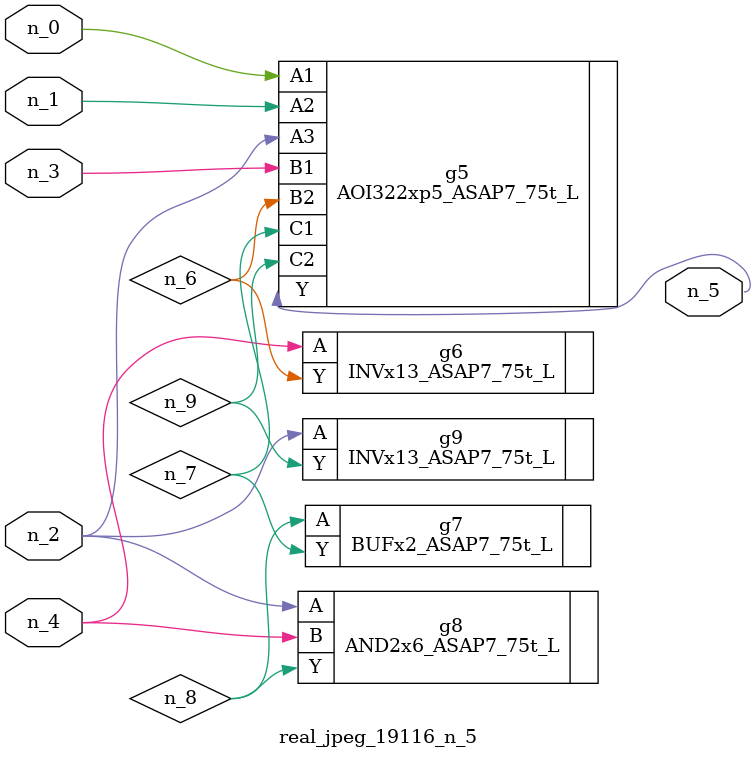
<source format=v>
module real_jpeg_19116_n_5 (n_4, n_0, n_1, n_2, n_3, n_5);

input n_4;
input n_0;
input n_1;
input n_2;
input n_3;

output n_5;

wire n_8;
wire n_6;
wire n_7;
wire n_9;

AOI322xp5_ASAP7_75t_L g5 ( 
.A1(n_0),
.A2(n_1),
.A3(n_2),
.B1(n_3),
.B2(n_6),
.C1(n_7),
.C2(n_9),
.Y(n_5)
);

AND2x6_ASAP7_75t_L g8 ( 
.A(n_2),
.B(n_4),
.Y(n_8)
);

INVx13_ASAP7_75t_L g9 ( 
.A(n_2),
.Y(n_9)
);

INVx13_ASAP7_75t_L g6 ( 
.A(n_4),
.Y(n_6)
);

BUFx2_ASAP7_75t_L g7 ( 
.A(n_8),
.Y(n_7)
);


endmodule
</source>
